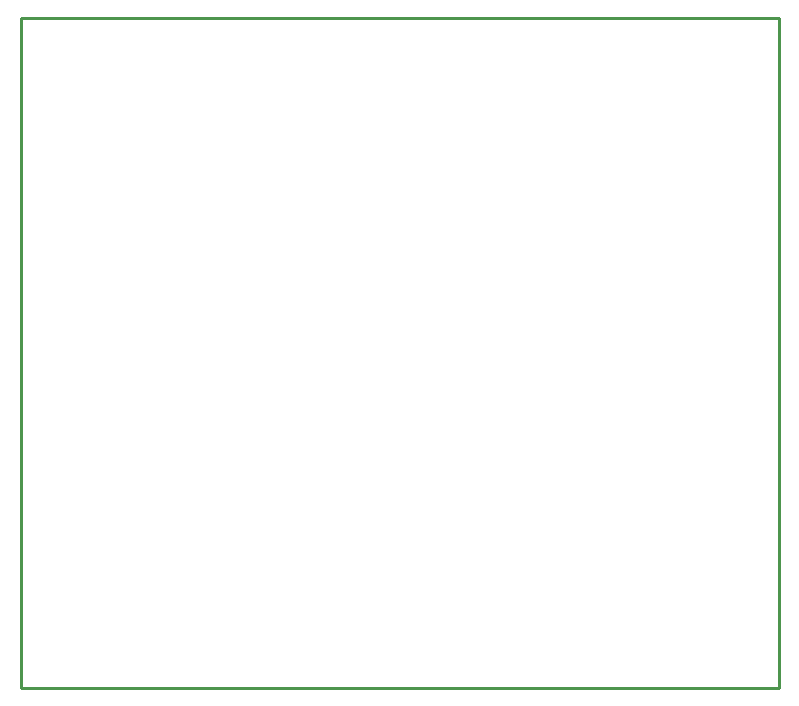
<source format=gko>
G04*
G04 #@! TF.GenerationSoftware,Altium Limited,Altium Designer,19.1.5 (86)*
G04*
G04 Layer_Color=16711935*
%FSLAX25Y25*%
%MOIN*%
G70*
G01*
G75*
%ADD14C,0.01000*%
D14*
X564173Y433268D02*
Y488583D01*
Y265354D02*
Y322638D01*
X311500Y265354D02*
X564173D01*
Y322638D02*
Y433268D01*
X311500Y317000D02*
Y460000D01*
Y265354D02*
Y317000D01*
Y460000D02*
Y488583D01*
X564173D01*
M02*

</source>
